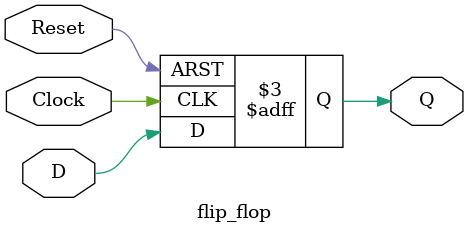
<source format=v>
module mealy(clk,rst,in,out);

    input clk,rst,in;
    output out;
    wire [1:0] Y,y;
//Intermedian wires
    wire in_neg,a,b,c,d;
    wire [1:0] y_neg;
//Conections
    flip_flop ffd1(clk,rst,Y[0],y[0]);
    flip_flop ffd2(clk,rst,Y[1],y[1]);
    not(in_neg,in);
    not(y_neg[0],y[0]);
    not(y_neg[1],y[1]);
    //Y1
    and(a,y_neg[0],y_neg[1],in);
    and(b,y_neg[0],y[1],in_neg);
    or(Y[0],a,b);
    //Y2
    and(c,y_neg[0],y[1],in_neg);
    and(d,y[0],y_neg[1],in);
    or(Y[1],c,d);
    //Out
    and(out,y[0],y[1],in);
endmodule

//This is where the flip-flop D stars
module flip_flop(Clock,Reset,D,Q);
    input D, Clock, Reset;
    output reg Q;
    always @(posedge Reset, posedge Clock)
        if (Reset == 1)
            Q <= 0;
        else
            Q <= D;
endmodule
</source>
